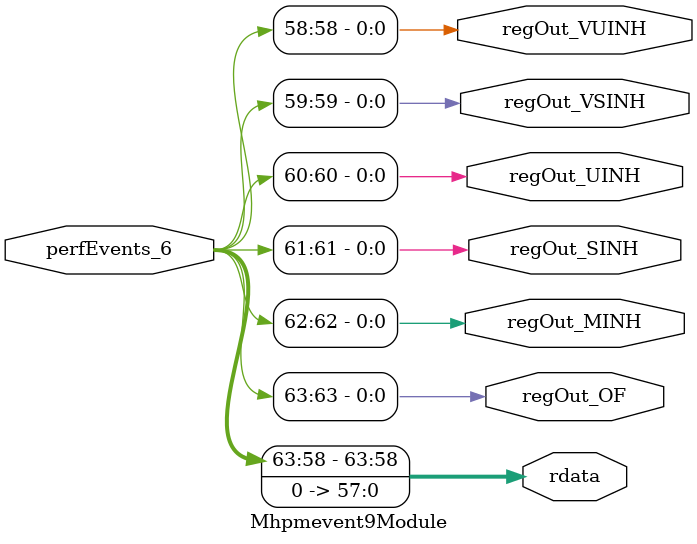
<source format=v>
`ifndef RANDOMIZE
  `ifdef RANDOMIZE_MEM_INIT
    `define RANDOMIZE
  `endif // RANDOMIZE_MEM_INIT
`endif // not def RANDOMIZE
`ifndef RANDOMIZE
  `ifdef RANDOMIZE_REG_INIT
    `define RANDOMIZE
  `endif // RANDOMIZE_REG_INIT
`endif // not def RANDOMIZE
`ifndef RANDOM
  `define RANDOM $random
`endif // not def RANDOM
// Users can define INIT_RANDOM as general code that gets injected into the
// initializer block for modules with registers.
`ifndef INIT_RANDOM
  `define INIT_RANDOM
`endif // not def INIT_RANDOM
// If using random initialization, you can also define RANDOMIZE_DELAY to
// customize the delay used, otherwise 0.002 is used.
`ifndef RANDOMIZE_DELAY
  `define RANDOMIZE_DELAY 0.002
`endif // not def RANDOMIZE_DELAY
// Define INIT_RANDOM_PROLOG_ for use in our modules below.
`ifndef INIT_RANDOM_PROLOG_
  `ifdef RANDOMIZE
    `ifdef VERILATOR
      `define INIT_RANDOM_PROLOG_ `INIT_RANDOM
    `else  // VERILATOR
      `define INIT_RANDOM_PROLOG_ `INIT_RANDOM #`RANDOMIZE_DELAY begin end
    `endif // VERILATOR
  `else  // RANDOMIZE
    `define INIT_RANDOM_PROLOG_
  `endif // RANDOMIZE
`endif // not def INIT_RANDOM_PROLOG_
// Include register initializers in init blocks unless synthesis is set
`ifndef SYNTHESIS
  `ifndef ENABLE_INITIAL_REG_
    `define ENABLE_INITIAL_REG_
  `endif // not def ENABLE_INITIAL_REG_
`endif // not def SYNTHESIS
// Include rmemory initializers in init blocks unless synthesis is set
`ifndef SYNTHESIS
  `ifndef ENABLE_INITIAL_MEM_
    `define ENABLE_INITIAL_MEM_
  `endif // not def ENABLE_INITIAL_MEM_
`endif // not def SYNTHESIS
module Mhpmevent9Module(
  output [63:0] rdata,
  output        regOut_OF,
  output        regOut_MINH,
  output        regOut_SINH,
  output        regOut_UINH,
  output        regOut_VSINH,
  output        regOut_VUINH,
  input  [63:0] perfEvents_6
);

  assign rdata = {perfEvents_6[63:58], 58'h0};
  assign regOut_OF = perfEvents_6[63];
  assign regOut_MINH = perfEvents_6[62];
  assign regOut_SINH = perfEvents_6[61];
  assign regOut_UINH = perfEvents_6[60];
  assign regOut_VSINH = perfEvents_6[59];
  assign regOut_VUINH = perfEvents_6[58];
endmodule


</source>
